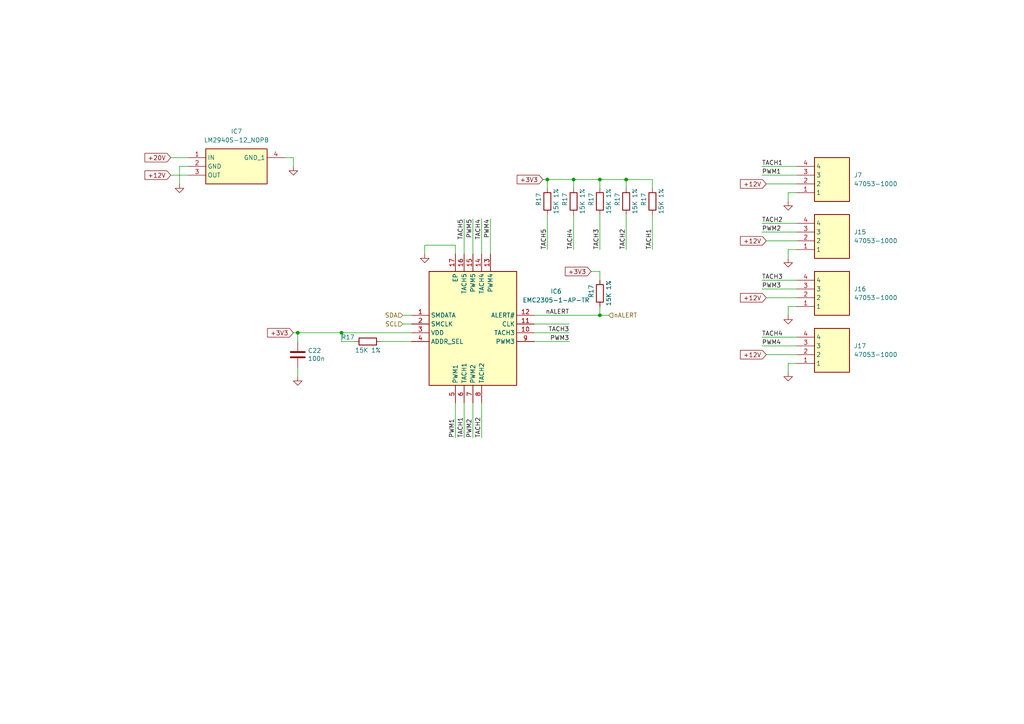
<source format=kicad_sch>
(kicad_sch (version 20230121) (generator eeschema)
  (paper "A4")
  (lib_symbols
    (symbol "Device:C" (pin_numbers hide) (pin_names (offset 0.254))
      (property "Reference" "C" (at 0.635 2.54 0))
      (property "Value" "C" (at 0.635 -2.54 0))
      (symbol "C_0_1"
        (polyline (pts (xy -2.032 -0.762) (xy 2.032 -0.762)) (stroke (width 0.508)))
        (polyline (pts (xy -2.032 0.762) (xy 2.032 0.762)) (stroke (width 0.508)))
      )
      (symbol "C_1_1"
        (pin passive line (at 0 3.81 270) (length 2.794) (name "~") (number "1"))
        (pin passive line (at 0 -3.81 90) (length 2.794) (name "~") (number "2"))
      )
    )
    (symbol "Device:R" (pin_numbers hide) (pin_names (offset 0))
      (property "Reference" "R" (at 2.032 0 90))
      (property "Value" "R" (at 0 0 90))
      (symbol "R_0_1"
        (rectangle (start -1.016 -2.54) (end 1.016 2.54) (stroke (width 0.254)))
      )
      (symbol "R_1_1"
        (pin passive line (at 0 3.81 270) (length 1.27) (name "~") (number "1"))
        (pin passive line (at 0 -3.81 90) (length 1.27) (name "~") (number "2"))
      )
    )
    (symbol "SamacSys_Parts:47053-1000"
      (property "Reference" "J" (at 16.51 7.62 0))
      (property "Value" "47053-1000" (at 16.51 5.08 0))
      (symbol "47053-1000_1_1"
        (rectangle (start 5.08 2.54) (end 15.24 -10.16) (stroke (width 0.254)) (fill (type background)))
        (pin passive line (at 0 -7.62 0) (length 5.08) (name "1") (number "1"))
        (pin passive line (at 0 -5.08 0) (length 5.08) (name "2") (number "2"))
        (pin passive line (at 0 -2.54 0) (length 5.08) (name "3") (number "3"))
        (pin passive line (at 0 0 0) (length 5.08) (name "4") (number "4"))
      )
    )
    (symbol "SamacSys_Parts:EMC2305-1-AP-TR"
      (property "Reference" "IC" (at 31.75 17.78 0))
      (property "Value" "EMC2305-1-AP-TR" (at 31.75 15.24 0))
      (symbol "EMC2305-1-AP-TR_1_1"
        (rectangle (start 5.08 12.7) (end 30.48 -20.32) (stroke (width 0.254)) (fill (type background)))
        (pin passive line (at 0 0 0) (length 5.08) (name "SMDATA") (number "1"))
        (pin passive line (at 35.56 -5.08 180) (length 5.08) (name "TACH3") (number "10"))
        (pin passive line (at 35.56 -2.54 180) (length 5.08) (name "CLK") (number "11"))
        (pin passive line (at 35.56 0 180) (length 5.08) (name "ALERT#") (number "12"))
        (pin passive line (at 22.86 17.78 270) (length 5.08) (name "PWM4") (number "13"))
        (pin passive line (at 20.32 17.78 270) (length 5.08) (name "TACH4") (number "14"))
        (pin passive line (at 17.78 17.78 270) (length 5.08) (name "PWM5") (number "15"))
        (pin passive line (at 15.24 17.78 270) (length 5.08) (name "TACH5") (number "16"))
        (pin passive line (at 12.7 17.78 270) (length 5.08) (name "EP") (number "17"))
        (pin passive line (at 0 -2.54 0) (length 5.08) (name "SMCLK") (number "2"))
        (pin passive line (at 0 -5.08 0) (length 5.08) (name "VDD") (number "3"))
        (pin passive line (at 0 -7.62 0) (length 5.08) (name "ADDR_SEL") (number "4"))
        (pin passive line (at 12.7 -25.4 90) (length 5.08) (name "PWM1") (number "5"))
        (pin passive line (at 15.24 -25.4 90) (length 5.08) (name "TACH1") (number "6"))
        (pin passive line (at 17.78 -25.4 90) (length 5.08) (name "PWM2") (number "7"))
        (pin passive line (at 20.32 -25.4 90) (length 5.08) (name "TACH2") (number "8"))
        (pin passive line (at 35.56 -7.62 180) (length 5.08) (name "PWM3") (number "9"))
      )
    )
    (symbol "SamacSys_Parts:LM2940S-12_NOPB"
      (property "Reference" "IC" (at 24.13 7.62 0))
      (property "Value" "LM2940S-12_NOPB" (at 24.13 5.08 0))
      (symbol "LM2940S-12_NOPB_1_1"
        (rectangle (start 5.08 2.54) (end 22.86 -7.62) (stroke (width 0.254)) (fill (type background)))
        (pin input line (at 0 0 0) (length 5.08) (name "IN") (number "1"))
        (pin power_in line (at 0 -2.54 0) (length 5.08) (name "GND") (number "2"))
        (pin output line (at 0 -5.08 0) (length 5.08) (name "OUT") (number "3"))
        (pin power_in line (at 27.94 0 180) (length 5.08) (name "GND_1") (number "4"))
      )
    )
    (symbol "power:GND" (power) (pin_names (offset 0))
      (property "Value" "GND" (at 0 -3.81 0))
      (symbol "GND_0_1"
        (polyline (pts (xy 0 0) (xy 0 -1.27) (xy 1.27 -1.27) (xy 0 -2.54) (xy -1.27 -1.27) (xy 0 -1.27)))
      )
      (symbol "GND_1_1"
        (pin power_in line (at 0 0 270) (length 0) hide (name "GND") (number "1"))
      )
    )
  )
  (junction (at 181.61 52.07))
  (junction (at 166.37 52.07))
  (junction (at 173.99 52.07))
  (junction (at 158.75 52.07))
  (junction (at 99.06 96.52))
  (junction (at 173.99 91.44))
  (junction (at 86.36 96.52))
  (wire (pts (xy 116.84 93.98) (xy 119.38 93.98)))
  (wire (pts (xy 222.25 69.85) (xy 231.14 69.85)))
  (wire (pts (xy 173.99 52.07) (xy 181.61 52.07)))
  (wire (pts (xy 220.98 100.33) (xy 231.14 100.33)))
  (wire (pts (xy 173.99 62.23) (xy 173.99 72.39)))
  (wire (pts (xy 86.36 96.52) (xy 99.06 96.52)))
  (wire (pts (xy 231.14 55.88) (xy 228.6 55.88)))
  (wire (pts (xy 220.98 81.28) (xy 231.14 81.28)))
  (wire (pts (xy 173.99 78.74) (xy 173.99 81.28)))
  (wire (pts (xy 220.98 50.8) (xy 231.14 50.8)))
  (wire (pts (xy 181.61 52.07) (xy 189.23 52.07)))
  (wire (pts (xy 52.07 53.34) (xy 52.07 48.26)))
  (wire (pts (xy 228.6 88.9) (xy 228.6 91.44)))
  (wire (pts (xy 231.14 72.39) (xy 228.6 72.39)))
  (wire (pts (xy 222.25 102.87) (xy 231.14 102.87)))
  (wire (pts (xy 116.84 91.44) (xy 119.38 91.44)))
  (wire (pts (xy 171.45 78.74) (xy 173.99 78.74)))
  (wire (pts (xy 85.09 96.52) (xy 86.36 96.52)))
  (wire (pts (xy 52.07 48.26) (xy 54.61 48.26)))
  (wire (pts (xy 231.14 105.41) (xy 228.6 105.41)))
  (wire (pts (xy 228.6 105.41) (xy 228.6 107.95)))
  (wire (pts (xy 134.62 63.5) (xy 134.62 73.66)))
  (wire (pts (xy 189.23 52.07) (xy 189.23 54.61)))
  (wire (pts (xy 166.37 52.07) (xy 166.37 54.61)))
  (wire (pts (xy 102.87 99.06) (xy 99.06 99.06)))
  (wire (pts (xy 123.19 71.12) (xy 132.08 71.12)))
  (wire (pts (xy 99.06 96.52) (xy 119.38 96.52)))
  (wire (pts (xy 137.16 63.5) (xy 137.16 73.66)))
  (wire (pts (xy 86.36 106.68) (xy 86.36 109.22)))
  (wire (pts (xy 158.75 52.07) (xy 158.75 54.61)))
  (wire (pts (xy 220.98 64.77) (xy 231.14 64.77)))
  (wire (pts (xy 99.06 99.06) (xy 99.06 96.52)))
  (wire (pts (xy 228.6 55.88) (xy 228.6 58.42)))
  (wire (pts (xy 139.7 63.5) (xy 139.7 73.66)))
  (wire (pts (xy 222.25 53.34) (xy 231.14 53.34)))
  (wire (pts (xy 189.23 62.23) (xy 189.23 72.39)))
  (wire (pts (xy 137.16 127) (xy 137.16 116.84)))
  (wire (pts (xy 228.6 72.39) (xy 228.6 74.93)))
  (wire (pts (xy 132.08 127) (xy 132.08 116.84)))
  (wire (pts (xy 166.37 52.07) (xy 173.99 52.07)))
  (wire (pts (xy 220.98 83.82) (xy 231.14 83.82)))
  (wire (pts (xy 154.94 99.06) (xy 165.1 99.06)))
  (wire (pts (xy 158.75 52.07) (xy 166.37 52.07)))
  (wire (pts (xy 166.37 62.23) (xy 166.37 72.39)))
  (wire (pts (xy 220.98 48.26) (xy 231.14 48.26)))
  (wire (pts (xy 231.14 88.9) (xy 228.6 88.9)))
  (wire (pts (xy 110.49 99.06) (xy 119.38 99.06)))
  (wire (pts (xy 123.19 73.66) (xy 123.19 71.12)))
  (wire (pts (xy 173.99 52.07) (xy 173.99 54.61)))
  (wire (pts (xy 132.08 71.12) (xy 132.08 73.66)))
  (wire (pts (xy 49.53 50.8) (xy 54.61 50.8)))
  (wire (pts (xy 142.24 63.5) (xy 142.24 73.66)))
  (wire (pts (xy 134.62 127) (xy 134.62 116.84)))
  (wire (pts (xy 85.09 45.72) (xy 82.55 45.72)))
  (wire (pts (xy 181.61 62.23) (xy 181.61 72.39)))
  (wire (pts (xy 220.98 67.31) (xy 231.14 67.31)))
  (wire (pts (xy 220.98 97.79) (xy 231.14 97.79)))
  (wire (pts (xy 173.99 91.44) (xy 173.99 88.9)))
  (wire (pts (xy 222.25 86.36) (xy 231.14 86.36)))
  (wire (pts (xy 173.99 91.44) (xy 176.53 91.44)))
  (wire (pts (xy 154.94 91.44) (xy 173.99 91.44)))
  (wire (pts (xy 86.36 96.52) (xy 86.36 99.06)))
  (wire (pts (xy 181.61 52.07) (xy 181.61 54.61)))
  (wire (pts (xy 154.94 93.98) (xy 165.1 93.98)))
  (wire (pts (xy 157.48 52.07) (xy 158.75 52.07)))
  (wire (pts (xy 49.53 45.72) (xy 54.61 45.72)))
  (wire (pts (xy 154.94 96.52) (xy 165.1 96.52)))
  (wire (pts (xy 158.75 62.23) (xy 158.75 72.39)))
  (wire (pts (xy 139.7 127) (xy 139.7 116.84)))
  (wire (pts (xy 85.09 48.26) (xy 85.09 45.72)))
  (label "TACH3" (at 220.98 81.28 0))
  (label "PWM4" (at 142.24 63.5 270))
  (label "TACH1" (at 220.98 48.26 0))
  (label "TACH1" (at 134.62 127 90))
  (label "TACH5" (at 134.62 63.5 270))
  (label "TACH2" (at 139.7 127 90))
  (label "PWM3" (at 165.1 99.06 180))
  (label "TACH3" (at 165.1 96.52 180))
  (label "TACH5" (at 158.75 72.39 90))
  (label "PWM3" (at 220.98 83.82 0))
  (label "TACH4" (at 166.37 72.39 90))
  (label "TACH4" (at 139.7 63.5 270))
  (label "nALERT" (at 165.1 91.44 180))
  (label "TACH2" (at 220.98 64.77 0))
  (label "TACH4" (at 220.98 97.79 0))
  (label "TACH2" (at 181.61 72.39 90))
  (label "TACH1" (at 189.23 72.39 90))
  (label "PWM1" (at 220.98 50.8 0))
  (label "PWM2" (at 137.16 127 90))
  (label "PWM2" (at 220.98 67.31 0))
  (label "PWM5" (at 137.16 63.5 270))
  (label "TACH3" (at 173.99 72.39 90))
  (label "PWM4" (at 220.98 100.33 0))
  (label "PWM1" (at 132.08 127 90))
  (global_label "+12V" (shape input) (at 222.25 86.36 180) (property "Intersheetrefs" "${INTERSHEET_REFS}" (effects hide)))
  (global_label "+12V" (shape input) (at 222.25 53.34 180) (property "Intersheetrefs" "${INTERSHEET_REFS}" (effects hide)))
  (global_label "+12V" (shape input) (at 222.25 102.87 180) (property "Intersheetrefs" "${INTERSHEET_REFS}" (effects hide)))
  (global_label "+3V3" (shape input) (at 157.48 52.07 180) (property "Intersheetrefs" "${INTERSHEET_REFS}" (effects hide)))
  (global_label "+12V" (shape input) (at 49.53 50.8 180) (property "Intersheetrefs" "${INTERSHEET_REFS}" (effects hide)))
  (global_label "+20V" (shape input) (at 49.53 45.72 180) (property "Intersheetrefs" "${INTERSHEET_REFS}" (effects hide)))
  (global_label "+12V" (shape input) (at 222.25 69.85 180) (property "Intersheetrefs" "${INTERSHEET_REFS}" (effects hide)))
  (global_label "+3V3" (shape input) (at 171.45 78.74 180) (property "Intersheetrefs" "${INTERSHEET_REFS}" (effects hide)))
  (global_label "+3V3" (shape input) (at 85.09 96.52 180) (property "Intersheetrefs" "${INTERSHEET_REFS}" (effects hide)))
  (hierarchical_label "SCL" (shape input) (at 116.84 93.98 180))
  (hierarchical_label "SDA" (shape input) (at 116.84 91.44 180))
  (hierarchical_label "nALERT" (shape input) (at 176.53 91.44 0))
  (symbol (lib_id "Device:R") (at 181.61 58.42 180) (unit 1)
    (property "Reference" "R17" (at 179.07 55.88 90) (effects (justify left)))
    (property "Value" "15K 1%" (at 184.15 54.61 90) (effects (justify left)))
    (property "Footprint" "Resistor_SMD:R_0402_1005Metric" (effects hide))
    (property "Datasheet" "https://fscdn.rohm.com/en/products/databook/datasheet/passive/resistor/chip_resistor/mcr-e.pdf" (effects hide))
    (property "Field4" "Farnell" (effects hide))
    (property "Field5" "9239375" (effects hide))
    (property "Field6" "MCR01MZPF1502" (effects hide))
    (property "Field7" "Rohm" (effects hide))
    (property "Part Description" "Resistor 15K M1005 1% 63mW" (effects hide))
    (property "Field8" "120891581" (effects hide))
    (instances (project "rpi-cm4-base-carrier" (path "" (reference "R17") (unit 1)) (path "" (reference "R47") (unit 1))) (project "CM4IOv5" (path "" (reference "R36") (unit 1))))
  )
  (symbol (lib_id "SamacSys_Parts:EMC2305-1-AP-TR") (at 119.38 91.44 0) (unit 1)
    (property "Reference" "IC6" (at 161.29 84.5119 0))
    (property "Value" "EMC2305-1-AP-TR" (at 161.29 87.0519 0))
    (property "Footprint" "QFN65P400X400X90-17N-D" (effects hide))
    (property "Datasheet" "https://componentsearchengine.com/Datasheets/1/EMC2305-1-AP-TR.pdf" (effects hide))
    (property "Height" "0.9" (effects hide))
    (property "Mouser Part Number" "886-EMC2305-1-AP-TR" (effects hide))
    (property "Mouser Price/Stock" "https://www.mouser.co.uk/ProductDetail/Microchip-Technology-Atmel/EMC2305-1-AP-TR?qs=pA5MXup5wxG44e0aDzIDlQ%3D%3D" (effects hide))
    (property "Manufacturer_Name" "Microchip" (effects hide))
    (property "Manufacturer_Part_Number" "EMC2305-1-AP-TR" (effects hide))
  )
  (symbol (lib_id "power:GND") (at 86.36 109.22 0) (unit 1)
    (property "Reference" "#PWR013" (effects hide))
    (property "Value" "GND" (effects hide))
    (instances (project "rpi-cm4-base-carrier" (path "" (reference "#PWR013") (unit 1)) (path "" (reference "#PWR049") (unit 1)) (path "" (reference "#PWR093") (unit 1))))
  )
  (symbol (lib_id "SamacSys_Parts:LM2940S-12_NOPB") (at 54.61 45.72 0) (unit 1)
    (property "Reference" "IC7" (at 68.58 38.1 0))
    (property "Value" "LM2940S-12_NOPB" (at 68.58 40.64 0))
    (property "Footprint" "TO254P1435X464-4N" (effects hide))
    (property "Datasheet" "http://www.ti.com/lit/ds/symlink/lm2940-n.pdf" (effects hide))
    (property "Height" "4.64" (effects hide))
    (property "Mouser Part Number" "926-LM2940S-12/NOPB" (effects hide))
    (property "Mouser Price/Stock" "https://www.mouser.co.uk/ProductDetail/Texas-Instruments/LM2940S-12-NOPB?qs=X1J7HmVL2ZG0zuohpJvoCQ%3D%3D" (effects hide))
    (property "Manufacturer_Name" "Texas Instruments" (effects hide))
    (property "Manufacturer_Part_Number" "LM2940S-12/NOPB" (effects hide))
  )
  (symbol (lib_id "Device:R") (at 189.23 58.42 180) (unit 1)
    (property "Reference" "R17" (at 186.69 55.88 90) (effects (justify left)))
    (property "Value" "15K 1%" (at 191.77 54.61 90) (effects (justify left)))
    (property "Footprint" "Resistor_SMD:R_0402_1005Metric" (effects hide))
    (property "Datasheet" "https://fscdn.rohm.com/en/products/databook/datasheet/passive/resistor/chip_resistor/mcr-e.pdf" (effects hide))
    (property "Field4" "Farnell" (effects hide))
    (property "Field5" "9239375" (effects hide))
    (property "Field6" "MCR01MZPF1502" (effects hide))
    (property "Field7" "Rohm" (effects hide))
    (property "Part Description" "Resistor 15K M1005 1% 63mW" (effects hide))
    (property "Field8" "120891581" (effects hide))
    (instances (project "rpi-cm4-base-carrier" (path "" (reference "R17") (unit 1)) (path "" (reference "R48") (unit 1))) (project "CM4IOv5" (path "" (reference "R36") (unit 1))))
  )
  (symbol (lib_id "SamacSys_Parts:47053-1000") (at 231.14 97.79 0) (unit 1)
    (property "Reference" "J17" (at 247.65 100.33 0) (effects (justify left)))
    (property "Value" "47053-1000" (at 247.65 102.87 0) (effects (justify left)))
    (property "Footprint" "470531000" (effects hide))
    (property "Datasheet" "http://www.molex.com/pdm_docs/sd/470531000_sd.pdf" (effects hide))
    (property "Height" "8" (effects hide))
    (property "Mouser Part Number" "538-47053-1000" (effects hide))
    (property "Mouser Price/Stock" "https://www.mouser.co.uk/ProductDetail/Molex/47053-1000?qs=ph4zPCVRuvqoDX7hrEhxNA%3D%3D" (effects hide))
    (property "Manufacturer_Name" "Molex" (effects hide))
    (property "Manufacturer_Part_Number" "47053-1000" (effects hide))
  )
  (symbol (lib_id "Device:R") (at 166.37 58.42 180) (unit 1)
    (property "Reference" "R17" (at 163.83 55.88 90) (effects (justify left)))
    (property "Value" "15K 1%" (at 168.91 54.61 90) (effects (justify left)))
    (property "Footprint" "Resistor_SMD:R_0402_1005Metric" (effects hide))
    (property "Datasheet" "https://fscdn.rohm.com/en/products/databook/datasheet/passive/resistor/chip_resistor/mcr-e.pdf" (effects hide))
    (property "Field4" "Farnell" (effects hide))
    (property "Field5" "9239375" (effects hide))
    (property "Field6" "MCR01MZPF1502" (effects hide))
    (property "Field7" "Rohm" (effects hide))
    (property "Part Description" "Resistor 15K M1005 1% 63mW" (effects hide))
    (property "Field8" "120891581" (effects hide))
    (instances (project "rpi-cm4-base-carrier" (path "" (reference "R17") (unit 1)) (path "" (reference "R45") (unit 1))) (project "CM4IOv5" (path "" (reference "R36") (unit 1))))
  )
  (symbol (lib_id "power:GND") (at 228.6 107.95 0) (unit 1)
    (property "Reference" "#PWR013" (effects hide))
    (property "Value" "GND" (effects hide))
    (instances (project "rpi-cm4-base-carrier" (path "" (reference "#PWR013") (unit 1)) (path "" (reference "#PWR049") (unit 1)) (path "" (reference "#PWR097") (unit 1))))
  )
  (symbol (lib_id "power:GND") (at 52.07 53.34 0) (unit 1)
    (property "Reference" "#PWR013" (effects hide))
    (property "Value" "GND" (effects hide))
    (instances (project "rpi-cm4-base-carrier" (path "" (reference "#PWR013") (unit 1)) (path "" (reference "#PWR049") (unit 1)) (path "" (reference "#PWR098") (unit 1))))
  )
  (symbol (lib_id "power:GND") (at 228.6 58.42 0) (unit 1)
    (property "Reference" "#PWR013" (effects hide))
    (property "Value" "GND" (effects hide))
    (instances (project "rpi-cm4-base-carrier" (path "" (reference "#PWR013") (unit 1)) (path "" (reference "#PWR049") (unit 1)) (path "" (reference "#PWR094") (unit 1))))
  )
  (symbol (lib_id "power:GND") (at 85.09 48.26 0) (unit 1)
    (property "Reference" "#PWR013" (effects hide))
    (property "Value" "GND" (effects hide))
    (instances (project "rpi-cm4-base-carrier" (path "" (reference "#PWR013") (unit 1)) (path "" (reference "#PWR049") (unit 1)) (path "" (reference "#PWR099") (unit 1))))
  )
  (symbol (lib_id "Device:R") (at 106.68 99.06 90) (unit 1)
    (property "Reference" "R17" (at 102.87 97.79 90) (effects (justify left)))
    (property "Value" "15K 1%" (at 110.49 101.6 90) (effects (justify left)))
    (property "Footprint" "Resistor_SMD:R_0402_1005Metric" (effects hide))
    (property "Datasheet" "https://fscdn.rohm.com/en/products/databook/datasheet/passive/resistor/chip_resistor/mcr-e.pdf" (effects hide))
    (property "Field4" "Farnell" (effects hide))
    (property "Field5" "9239375" (effects hide))
    (property "Field6" "MCR01MZPF1502" (effects hide))
    (property "Field7" "Rohm" (effects hide))
    (property "Part Description" "Resistor 15K M1005 1% 63mW" (effects hide))
    (property "Field8" "120891581" (effects hide))
    (instances (project "rpi-cm4-base-carrier" (path "" (reference "R17") (unit 1)) (path "" (reference "R7") (unit 1))) (project "CM4IOv5" (path "" (reference "R36") (unit 1))))
  )
  (symbol (lib_id "Device:C") (at 86.36 102.87 0) (unit 1)
    (property "Reference" "C22" (at 89.281 101.7016 0) (effects (justify left)))
    (property "Value" "100n" (at 89.281 104.013 0) (effects (justify left)))
    (property "Footprint" "Capacitor_SMD:C_0402_1005Metric" (effects hide))
    (property "Datasheet" "https://search.murata.co.jp/Ceramy/image/img/A01X/G101/ENG/GRM155R71C104KA88-01.pdf" (effects hide))
    (property "Field4" "Farnell" (effects hide))
    (property "Field5" "2611911" (effects hide))
    (property "Field6" "RM EMK105 B7104KV-F" (effects hide))
    (property "Field7" "TAIYO YUDEN EUROPE GMBH" (effects hide))
    (property "Part Description" "	0.1uF 10% 16V Ceramic Capacitor X7R 0402 (1005 Metric)" (effects hide))
    (property "Field8" "110091611" (effects hide))
    (instances (project "rpi-cm4-base-carrier" (path "" (reference "C22") (unit 1)) (path "" (reference "C51") (unit 1))) (project "CM4IOv5" (path "" (reference "C11") (unit 1))))
  )
  (symbol (lib_id "Device:R") (at 173.99 85.09 180) (unit 1)
    (property "Reference" "R17" (at 171.45 82.55 90) (effects (justify left)))
    (property "Value" "15K 1%" (at 176.53 81.28 90) (effects (justify left)))
    (property "Footprint" "Resistor_SMD:R_0402_1005Metric" (effects hide))
    (property "Datasheet" "https://fscdn.rohm.com/en/products/databook/datasheet/passive/resistor/chip_resistor/mcr-e.pdf" (effects hide))
    (property "Field4" "Farnell" (effects hide))
    (property "Field5" "9239375" (effects hide))
    (property "Field6" "MCR01MZPF1502" (effects hide))
    (property "Field7" "Rohm" (effects hide))
    (property "Part Description" "Resistor 15K M1005 1% 63mW" (effects hide))
    (property "Field8" "120891581" (effects hide))
    (instances (project "rpi-cm4-base-carrier" (path "" (reference "R17") (unit 1)) (path "" (reference "R8") (unit 1))) (project "CM4IOv5" (path "" (reference "R36") (unit 1))))
  )
  (symbol (lib_id "SamacSys_Parts:47053-1000") (at 231.14 81.28 0) (unit 1)
    (property "Reference" "J16" (at 247.65 83.82 0) (effects (justify left)))
    (property "Value" "47053-1000" (at 247.65 86.36 0) (effects (justify left)))
    (property "Footprint" "470531000" (effects hide))
    (property "Datasheet" "http://www.molex.com/pdm_docs/sd/470531000_sd.pdf" (effects hide))
    (property "Height" "8" (effects hide))
    (property "Mouser Part Number" "538-47053-1000" (effects hide))
    (property "Mouser Price/Stock" "https://www.mouser.co.uk/ProductDetail/Molex/47053-1000?qs=ph4zPCVRuvqoDX7hrEhxNA%3D%3D" (effects hide))
    (property "Manufacturer_Name" "Molex" (effects hide))
    (property "Manufacturer_Part_Number" "47053-1000" (effects hide))
  )
  (symbol (lib_id "Device:R") (at 158.75 58.42 180) (unit 1)
    (property "Reference" "R17" (at 156.21 55.88 90) (effects (justify left)))
    (property "Value" "15K 1%" (at 161.29 54.61 90) (effects (justify left)))
    (property "Footprint" "Resistor_SMD:R_0402_1005Metric" (effects hide))
    (property "Datasheet" "https://fscdn.rohm.com/en/products/databook/datasheet/passive/resistor/chip_resistor/mcr-e.pdf" (effects hide))
    (property "Field4" "Farnell" (effects hide))
    (property "Field5" "9239375" (effects hide))
    (property "Field6" "MCR01MZPF1502" (effects hide))
    (property "Field7" "Rohm" (effects hide))
    (property "Part Description" "Resistor 15K M1005 1% 63mW" (effects hide))
    (property "Field8" "120891581" (effects hide))
    (instances (project "rpi-cm4-base-carrier" (path "" (reference "R17") (unit 1)) (path "" (reference "R44") (unit 1))) (project "CM4IOv5" (path "" (reference "R36") (unit 1))))
  )
  (symbol (lib_id "Device:R") (at 173.99 58.42 180) (unit 1)
    (property "Reference" "R17" (at 171.45 55.88 90) (effects (justify left)))
    (property "Value" "15K 1%" (at 176.53 54.61 90) (effects (justify left)))
    (property "Footprint" "Resistor_SMD:R_0402_1005Metric" (effects hide))
    (property "Datasheet" "https://fscdn.rohm.com/en/products/databook/datasheet/passive/resistor/chip_resistor/mcr-e.pdf" (effects hide))
    (property "Field4" "Farnell" (effects hide))
    (property "Field5" "9239375" (effects hide))
    (property "Field6" "MCR01MZPF1502" (effects hide))
    (property "Field7" "Rohm" (effects hide))
    (property "Part Description" "Resistor 15K M1005 1% 63mW" (effects hide))
    (property "Field8" "120891581" (effects hide))
    (instances (project "rpi-cm4-base-carrier" (path "" (reference "R17") (unit 1)) (path "" (reference "R46") (unit 1))) (project "CM4IOv5" (path "" (reference "R36") (unit 1))))
  )
  (symbol (lib_id "power:GND") (at 228.6 91.44 0) (unit 1)
    (property "Reference" "#PWR013" (effects hide))
    (property "Value" "GND" (effects hide))
    (instances (project "rpi-cm4-base-carrier" (path "" (reference "#PWR013") (unit 1)) (path "" (reference "#PWR049") (unit 1)) (path "" (reference "#PWR096") (unit 1))))
  )
  (symbol (lib_id "SamacSys_Parts:47053-1000") (at 231.14 48.26 0) (unit 1)
    (property "Reference" "J7" (at 247.65 50.8 0) (effects (justify left)))
    (property "Value" "47053-1000" (at 247.65 53.34 0) (effects (justify left)))
    (property "Footprint" "470531000" (effects hide))
    (property "Datasheet" "http://www.molex.com/pdm_docs/sd/470531000_sd.pdf" (effects hide))
    (property "Height" "8" (effects hide))
    (property "Mouser Part Number" "538-47053-1000" (effects hide))
    (property "Mouser Price/Stock" "https://www.mouser.co.uk/ProductDetail/Molex/47053-1000?qs=ph4zPCVRuvqoDX7hrEhxNA%3D%3D" (effects hide))
    (property "Manufacturer_Name" "Molex" (effects hide))
    (property "Manufacturer_Part_Number" "47053-1000" (effects hide))
  )
  (symbol (lib_id "SamacSys_Parts:47053-1000") (at 231.14 64.77 0) (unit 1)
    (property "Reference" "J15" (at 247.65 67.31 0) (effects (justify left)))
    (property "Value" "47053-1000" (at 247.65 69.85 0) (effects (justify left)))
    (property "Footprint" "470531000" (effects hide))
    (property "Datasheet" "http://www.molex.com/pdm_docs/sd/470531000_sd.pdf" (effects hide))
    (property "Height" "8" (effects hide))
    (property "Mouser Part Number" "538-47053-1000" (effects hide))
    (property "Mouser Price/Stock" "https://www.mouser.co.uk/ProductDetail/Molex/47053-1000?qs=ph4zPCVRuvqoDX7hrEhxNA%3D%3D" (effects hide))
    (property "Manufacturer_Name" "Molex" (effects hide))
    (property "Manufacturer_Part_Number" "47053-1000" (effects hide))
  )
  (symbol (lib_id "power:GND") (at 123.19 73.66 0) (unit 1)
    (property "Reference" "#PWR013" (effects hide))
    (property "Value" "GND" (effects hide))
    (instances (project "rpi-cm4-base-carrier" (path "" (reference "#PWR013") (unit 1)) (path "" (reference "#PWR049") (unit 1)) (path "" (reference "#PWR092") (unit 1))))
  )
  (symbol (lib_id "power:GND") (at 228.6 74.93 0) (unit 1)
    (property "Reference" "#PWR013" (effects hide))
    (property "Value" "GND" (effects hide))
    (instances (project "rpi-cm4-base-carrier" (path "" (reference "#PWR013") (unit 1)) (path "" (reference "#PWR049") (unit 1)) (path "" (reference "#PWR095") (unit 1))))
  )
)
</source>
